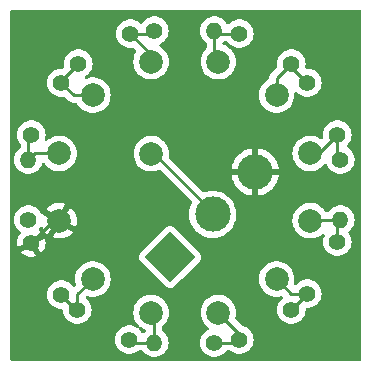
<source format=gbr>
%TF.GenerationSoftware,KiCad,Pcbnew,7.0.6*%
%TF.CreationDate,2023-09-19T17:09:16+08:00*%
%TF.ProjectId,Control Panel Selector Switch Board,436f6e74-726f-46c2-9050-616e656c2053,rev?*%
%TF.SameCoordinates,Original*%
%TF.FileFunction,Copper,L2,Bot*%
%TF.FilePolarity,Positive*%
%FSLAX46Y46*%
G04 Gerber Fmt 4.6, Leading zero omitted, Abs format (unit mm)*
G04 Created by KiCad (PCBNEW 7.0.6) date 2023-09-19 17:09:16*
%MOMM*%
%LPD*%
G01*
G04 APERTURE LIST*
G04 Aperture macros list*
%AMHorizOval*
0 Thick line with rounded ends*
0 $1 width*
0 $2 $3 position (X,Y) of the first rounded end (center of the circle)*
0 $4 $5 position (X,Y) of the second rounded end (center of the circle)*
0 Add line between two ends*
20,1,$1,$2,$3,$4,$5,0*
0 Add two circle primitives to create the rounded ends*
1,1,$1,$2,$3*
1,1,$1,$4,$5*%
%AMRotRect*
0 Rectangle, with rotation*
0 The origin of the aperture is its center*
0 $1 length*
0 $2 width*
0 $3 Rotation angle, in degrees counterclockwise*
0 Add horizontal line*
21,1,$1,$2,0,0,$3*%
G04 Aperture macros list end*
%TA.AperFunction,ComponentPad*%
%ADD10O,1.400000X1.400000*%
%TD*%
%TA.AperFunction,ComponentPad*%
%ADD11C,1.400000*%
%TD*%
%TA.AperFunction,ComponentPad*%
%ADD12HorizOval,1.400000X0.000000X0.000000X0.000000X0.000000X0*%
%TD*%
%TA.AperFunction,ComponentPad*%
%ADD13HorizOval,1.400000X0.000000X0.000000X0.000000X0.000000X0*%
%TD*%
%TA.AperFunction,ComponentPad*%
%ADD14HorizOval,1.400000X0.000000X0.000000X0.000000X0.000000X0*%
%TD*%
%TA.AperFunction,ComponentPad*%
%ADD15HorizOval,1.400000X0.000000X0.000000X0.000000X0.000000X0*%
%TD*%
%TA.AperFunction,ComponentPad*%
%ADD16HorizOval,1.400000X0.000000X0.000000X0.000000X0.000000X0*%
%TD*%
%TA.AperFunction,ComponentPad*%
%ADD17HorizOval,1.400000X0.000000X0.000000X0.000000X0.000000X0*%
%TD*%
%TA.AperFunction,ComponentPad*%
%ADD18HorizOval,1.400000X0.000000X0.000000X0.000000X0.000000X0*%
%TD*%
%TA.AperFunction,ComponentPad*%
%ADD19HorizOval,1.400000X0.000000X0.000000X0.000000X0.000000X0*%
%TD*%
%TA.AperFunction,ComponentPad*%
%ADD20C,2.000000*%
%TD*%
%TA.AperFunction,ComponentPad*%
%ADD21C,3.000000*%
%TD*%
%TA.AperFunction,ComponentPad*%
%ADD22RotRect,3.000000X3.000000X45.000000*%
%TD*%
%TA.AperFunction,Conductor*%
%ADD23C,0.250000*%
%TD*%
G04 APERTURE END LIST*
D10*
%TO.P,R1,2*%
%TO.N,Net-(J1-Pin_1)*%
X1524000Y-12700000D03*
D11*
%TO.P,R1,1*%
%TO.N,/5V*%
X1524000Y-17780000D03*
%TD*%
%TO.P,R2,1*%
%TO.N,Net-(J1-Pin_1)*%
X1778000Y-10581705D03*
D12*
%TO.P,R2,2*%
%TO.N,Net-(J2-Pin_1)*%
X4318000Y-6182296D03*
%TD*%
D11*
%TO.P,R3,1*%
%TO.N,Net-(J2-Pin_1)*%
X5760591Y-4572000D03*
D13*
%TO.P,R3,2*%
%TO.N,Net-(J3-Pin_1)*%
X10160000Y-2032000D03*
%TD*%
D11*
%TO.P,R4,1*%
%TO.N,Net-(J3-Pin_1)*%
X12192000Y-1778000D03*
D10*
%TO.P,R4,2*%
%TO.N,Net-(J4-Pin_1)*%
X17272000Y-1778000D03*
%TD*%
D11*
%TO.P,R5,1*%
%TO.N,Net-(J4-Pin_1)*%
X19390296Y-2032000D03*
D14*
%TO.P,R5,2*%
%TO.N,Net-(J5-Pin_1)*%
X23789705Y-4572000D03*
%TD*%
D11*
%TO.P,R6,1*%
%TO.N,Net-(J5-Pin_1)*%
X25146000Y-6182296D03*
D15*
%TO.P,R6,2*%
%TO.N,Net-(J6-Pin_1)*%
X27686000Y-10581705D03*
%TD*%
D11*
%TO.P,R7,1*%
%TO.N,Net-(J6-Pin_1)*%
X27940000Y-12700000D03*
D10*
%TO.P,R7,2*%
%TO.N,Net-(J7-Pin_1)*%
X27940000Y-17780000D03*
%TD*%
D11*
%TO.P,R8,1*%
%TO.N,Net-(J7-Pin_1)*%
X27686000Y-19644296D03*
D16*
%TO.P,R8,2*%
%TO.N,Net-(J8-Pin_1)*%
X25146000Y-24043705D03*
%TD*%
D17*
%TO.P,R9,2*%
%TO.N,Net-(J9-Pin_1)*%
X19390296Y-27940000D03*
D11*
%TO.P,R9,1*%
%TO.N,Net-(J8-Pin_1)*%
X23789705Y-25400000D03*
%TD*%
D10*
%TO.P,R10,2*%
%TO.N,Net-(J10-Pin_1)*%
X12192000Y-28194000D03*
D11*
%TO.P,R10,1*%
%TO.N,Net-(J9-Pin_1)*%
X17272000Y-28194000D03*
%TD*%
%TO.P,R11,1*%
%TO.N,Net-(J10-Pin_1)*%
X10073705Y-27940000D03*
D18*
%TO.P,R11,2*%
%TO.N,Net-(J11-Pin_1)*%
X5674296Y-25400000D03*
%TD*%
D19*
%TO.P,R12,2*%
%TO.N,/GND*%
X1778000Y-19730591D03*
D11*
%TO.P,R12,1*%
%TO.N,Net-(J11-Pin_1)*%
X4318000Y-24130000D03*
%TD*%
D20*
%TO.P,J6,1,Pin_1*%
%TO.N,Net-(J6-Pin_1)*%
X25391610Y-12173419D03*
%TD*%
%TO.P,J3,1,Pin_1*%
%TO.N,Net-(J3-Pin_1)*%
X11919418Y-4395244D03*
%TD*%
%TO.P,J9,1,Pin_1*%
%TO.N,Net-(J9-Pin_1)*%
X17613436Y-25645610D03*
%TD*%
%TO.P,J4,1,Pin_1*%
%TO.N,Net-(J4-Pin_1)*%
X17613437Y-4395244D03*
%TD*%
%TO.P,J11,1,Pin_1*%
%TO.N,Net-(J11-Pin_1)*%
X6988252Y-22798603D03*
%TD*%
%TO.P,J10,1,Pin_1*%
%TO.N,Net-(J10-Pin_1)*%
X11919418Y-25645612D03*
%TD*%
%TO.P,J2,1,Pin_1*%
%TO.N,Net-(J2-Pin_1)*%
X6988251Y-7242253D03*
%TD*%
%TO.P,J12,1,Pin_1*%
%TO.N,/GND*%
X4141244Y-17867437D03*
%TD*%
%TO.P,J13,1,Pin_1*%
%TO.N,Net-(J13-Pin_1)*%
X11938000Y-12192000D03*
%TD*%
%TO.P,J5,1,Pin_1*%
%TO.N,Net-(J5-Pin_1)*%
X22544601Y-7242252D03*
%TD*%
%TO.P,J1,1,Pin_1*%
%TO.N,Net-(J1-Pin_1)*%
X4141243Y-12173417D03*
%TD*%
%TO.P,J7,1,Pin_1*%
%TO.N,Net-(J7-Pin_1)*%
X25391611Y-17867437D03*
%TD*%
%TO.P,J8,1,Pin_1*%
%TO.N,Net-(J8-Pin_1)*%
X22544602Y-22798602D03*
%TD*%
D21*
%TO.P,J14,3,Pin_3*%
%TO.N,/GND*%
X20724338Y-13743077D03*
%TO.P,J14,2,Pin_2*%
%TO.N,Net-(J13-Pin_1)*%
X17132235Y-17335180D03*
D22*
%TO.P,J14,1,Pin_1*%
%TO.N,/5V*%
X13540133Y-20927282D03*
%TD*%
D23*
%TO.N,Net-(J1-Pin_1)*%
X4141243Y-12173417D02*
X2050583Y-12173417D01*
X2050583Y-12173417D02*
X1524000Y-12700000D01*
X1524000Y-10835705D02*
X1778000Y-10581705D01*
X1524000Y-12700000D02*
X1524000Y-10835705D01*
%TO.N,/GND*%
X3641154Y-17867437D02*
X4141244Y-17867437D01*
X1778000Y-19730591D02*
X3641154Y-17867437D01*
%TO.N,Net-(J4-Pin_1)*%
X19390296Y-2032000D02*
X17526000Y-2032000D01*
X17526000Y-2032000D02*
X17272000Y-1778000D01*
X17272000Y-1778000D02*
X17272000Y-4053807D01*
X17272000Y-4053807D02*
X17613437Y-4395244D01*
%TO.N,Net-(J3-Pin_1)*%
X11938000Y-2032000D02*
X12192000Y-1778000D01*
X10160000Y-2032000D02*
X11938000Y-2032000D01*
%TO.N,Net-(J7-Pin_1)*%
X27686000Y-18034000D02*
X27940000Y-17780000D01*
X27686000Y-19644296D02*
X27686000Y-18034000D01*
X27940000Y-17780000D02*
X25479048Y-17780000D01*
X25479048Y-17780000D02*
X25391611Y-17867437D01*
%TO.N,Net-(J6-Pin_1)*%
X27686000Y-12446000D02*
X27940000Y-12700000D01*
X27686000Y-10581705D02*
X27686000Y-12446000D01*
%TO.N,Net-(J9-Pin_1)*%
X19390296Y-27422470D02*
X19390296Y-27940000D01*
X17613436Y-25645610D02*
X19390296Y-27422470D01*
X19136296Y-28194000D02*
X19390296Y-27940000D01*
X17272000Y-28194000D02*
X19136296Y-28194000D01*
%TO.N,Net-(J10-Pin_1)*%
X10327705Y-28194000D02*
X10073705Y-27940000D01*
X12446000Y-28194000D02*
X10327705Y-28194000D01*
X12192000Y-25918194D02*
X12192000Y-28194000D01*
X11919418Y-25645612D02*
X12192000Y-25918194D01*
%TO.N,Net-(J8-Pin_1)*%
X25146000Y-24043705D02*
X23789705Y-25400000D01*
%TO.N,Net-(J5-Pin_1)*%
X23789705Y-4572000D02*
X23789705Y-4826001D01*
X23789705Y-4826001D02*
X25146000Y-6182296D01*
%TO.N,Net-(J2-Pin_1)*%
X4318000Y-6014591D02*
X5760591Y-4572000D01*
X4318000Y-6182296D02*
X4318000Y-6014591D01*
%TO.N,Net-(J11-Pin_1)*%
X6988252Y-22798603D02*
X5674296Y-24112559D01*
X5674296Y-24112559D02*
X5674296Y-25400000D01*
%TO.N,Net-(J8-Pin_1)*%
X23789705Y-24043705D02*
X25146000Y-24043705D01*
X22544602Y-22798602D02*
X23789705Y-24043705D01*
%TO.N,Net-(J5-Pin_1)*%
X22544601Y-5817104D02*
X23789705Y-4572000D01*
X22544601Y-7242252D02*
X22544601Y-5817104D01*
%TO.N,Net-(J6-Pin_1)*%
X26094286Y-12173419D02*
X27686000Y-10581705D01*
X25391610Y-12173419D02*
X26094286Y-12173419D01*
%TO.N,Net-(J2-Pin_1)*%
X5377957Y-7242253D02*
X4318000Y-6182296D01*
X6988251Y-7242253D02*
X5377957Y-7242253D01*
%TO.N,Net-(J3-Pin_1)*%
X11919418Y-3791418D02*
X10160000Y-2032000D01*
X11919418Y-4395244D02*
X11919418Y-3791418D01*
%TO.N,Net-(J11-Pin_1)*%
X5588000Y-25400000D02*
X4318000Y-24130000D01*
X5674296Y-25400000D02*
X5588000Y-25400000D01*
%TO.N,Net-(J13-Pin_1)*%
X11938000Y-11938000D02*
X17081180Y-17081180D01*
%TD*%
%TA.AperFunction,Conductor*%
%TO.N,/GND*%
G36*
X29660539Y-20185D02*
G01*
X29706294Y-72989D01*
X29717500Y-124500D01*
X29717500Y-29593500D01*
X29697815Y-29660539D01*
X29645011Y-29706294D01*
X29593500Y-29717500D01*
X124500Y-29717500D01*
X57461Y-29697815D01*
X11706Y-29645011D01*
X500Y-29593500D01*
X500Y-27940000D01*
X8868062Y-27940000D01*
X8888589Y-28161535D01*
X8888590Y-28161537D01*
X8949474Y-28375523D01*
X8949480Y-28375538D01*
X9048643Y-28574683D01*
X9048648Y-28574691D01*
X9182725Y-28752238D01*
X9347142Y-28902123D01*
X9347144Y-28902125D01*
X9536300Y-29019245D01*
X9536301Y-29019245D01*
X9536304Y-29019247D01*
X9743765Y-29099618D01*
X9962462Y-29140500D01*
X9962464Y-29140500D01*
X10184946Y-29140500D01*
X10184948Y-29140500D01*
X10403645Y-29099618D01*
X10611106Y-29019247D01*
X10800267Y-28902124D01*
X10855400Y-28851863D01*
X10918205Y-28821246D01*
X10938939Y-28819500D01*
X11098258Y-28819500D01*
X11165297Y-28839185D01*
X11197212Y-28868773D01*
X11301020Y-29006238D01*
X11465437Y-29156123D01*
X11465439Y-29156125D01*
X11654595Y-29273245D01*
X11654596Y-29273245D01*
X11654599Y-29273247D01*
X11862060Y-29353618D01*
X12080757Y-29394500D01*
X12080759Y-29394500D01*
X12303241Y-29394500D01*
X12303243Y-29394500D01*
X12521940Y-29353618D01*
X12729401Y-29273247D01*
X12918562Y-29156124D01*
X13082981Y-29006236D01*
X13217058Y-28828689D01*
X13316229Y-28629528D01*
X13377115Y-28415536D01*
X13397643Y-28194000D01*
X16066357Y-28194000D01*
X16086884Y-28415535D01*
X16086885Y-28415537D01*
X16147769Y-28629523D01*
X16147775Y-28629538D01*
X16246938Y-28828683D01*
X16246943Y-28828691D01*
X16381020Y-29006238D01*
X16545437Y-29156123D01*
X16545439Y-29156125D01*
X16734595Y-29273245D01*
X16734596Y-29273245D01*
X16734599Y-29273247D01*
X16942060Y-29353618D01*
X17160757Y-29394500D01*
X17160759Y-29394500D01*
X17383241Y-29394500D01*
X17383243Y-29394500D01*
X17601940Y-29353618D01*
X17809401Y-29273247D01*
X17998562Y-29156124D01*
X18162981Y-29006236D01*
X18266788Y-28868772D01*
X18322897Y-28827137D01*
X18365742Y-28819500D01*
X18525062Y-28819500D01*
X18592101Y-28839185D01*
X18608600Y-28851863D01*
X18663733Y-28902123D01*
X18663735Y-28902125D01*
X18852891Y-29019245D01*
X18852892Y-29019245D01*
X18852895Y-29019247D01*
X19060356Y-29099618D01*
X19279053Y-29140500D01*
X19279055Y-29140500D01*
X19501537Y-29140500D01*
X19501539Y-29140500D01*
X19720236Y-29099618D01*
X19927697Y-29019247D01*
X20116858Y-28902124D01*
X20281277Y-28752236D01*
X20415354Y-28574689D01*
X20514525Y-28375528D01*
X20575411Y-28161536D01*
X20595939Y-27940000D01*
X20575411Y-27718464D01*
X20514525Y-27504472D01*
X20460764Y-27396506D01*
X20415357Y-27305316D01*
X20415352Y-27305308D01*
X20281275Y-27127761D01*
X20116858Y-26977876D01*
X20116856Y-26977874D01*
X19927700Y-26860754D01*
X19927694Y-26860752D01*
X19922219Y-26858631D01*
X19720236Y-26780382D01*
X19720228Y-26780380D01*
X19720226Y-26780380D01*
X19650437Y-26767333D01*
X19588157Y-26735664D01*
X19585543Y-26733126D01*
X19077096Y-26224679D01*
X19043611Y-26163356D01*
X19044571Y-26106560D01*
X19098544Y-25893431D01*
X19103342Y-25835528D01*
X19119079Y-25645615D01*
X19119079Y-25645604D01*
X19098545Y-25397797D01*
X19098543Y-25397785D01*
X19037499Y-25156728D01*
X18937609Y-24929003D01*
X18801602Y-24720827D01*
X18762541Y-24678396D01*
X18633180Y-24537872D01*
X18436945Y-24385136D01*
X18436943Y-24385135D01*
X18436942Y-24385134D01*
X18218247Y-24266782D01*
X18218238Y-24266779D01*
X17983052Y-24186039D01*
X17737771Y-24145110D01*
X17489101Y-24145110D01*
X17243819Y-24186039D01*
X17008633Y-24266779D01*
X17008624Y-24266782D01*
X16789929Y-24385134D01*
X16593693Y-24537871D01*
X16425269Y-24720827D01*
X16289262Y-24929003D01*
X16189372Y-25156728D01*
X16128328Y-25397785D01*
X16128326Y-25397797D01*
X16107793Y-25645604D01*
X16107793Y-25645615D01*
X16128326Y-25893422D01*
X16128328Y-25893434D01*
X16189372Y-26134491D01*
X16289262Y-26362216D01*
X16425269Y-26570392D01*
X16425271Y-26570394D01*
X16425272Y-26570395D01*
X16593692Y-26753348D01*
X16593695Y-26753350D01*
X16593698Y-26753353D01*
X16777836Y-26896674D01*
X16818649Y-26953384D01*
X16822324Y-27023157D01*
X16787692Y-27083840D01*
X16746473Y-27110152D01*
X16734604Y-27114750D01*
X16734595Y-27114754D01*
X16545439Y-27231874D01*
X16545437Y-27231876D01*
X16381020Y-27381761D01*
X16246943Y-27559308D01*
X16246938Y-27559316D01*
X16147775Y-27758461D01*
X16147769Y-27758476D01*
X16086885Y-27972462D01*
X16086884Y-27972464D01*
X16066357Y-28193999D01*
X16066357Y-28194000D01*
X13397643Y-28194000D01*
X13377115Y-27972464D01*
X13316229Y-27758472D01*
X13316224Y-27758461D01*
X13217061Y-27559316D01*
X13217056Y-27559308D01*
X13082979Y-27381761D01*
X12918563Y-27231877D01*
X12918562Y-27231876D01*
X12876222Y-27205660D01*
X12829587Y-27153631D01*
X12817500Y-27100233D01*
X12817500Y-26908663D01*
X12837185Y-26841624D01*
X12865338Y-26810809D01*
X12939162Y-26753350D01*
X13107582Y-26570397D01*
X13243591Y-26362219D01*
X13343481Y-26134493D01*
X13404526Y-25893433D01*
X13404527Y-25893422D01*
X13425061Y-25645617D01*
X13425061Y-25645606D01*
X13404527Y-25397799D01*
X13404525Y-25397787D01*
X13343481Y-25156730D01*
X13243591Y-24929005D01*
X13107584Y-24720829D01*
X13085975Y-24697356D01*
X12939162Y-24537874D01*
X12742927Y-24385138D01*
X12742925Y-24385137D01*
X12742924Y-24385136D01*
X12524229Y-24266784D01*
X12524220Y-24266781D01*
X12289034Y-24186041D01*
X12043753Y-24145112D01*
X11795083Y-24145112D01*
X11549801Y-24186041D01*
X11314615Y-24266781D01*
X11314606Y-24266784D01*
X11095911Y-24385136D01*
X10899675Y-24537873D01*
X10731251Y-24720829D01*
X10595244Y-24929005D01*
X10495354Y-25156730D01*
X10434310Y-25397787D01*
X10434308Y-25397799D01*
X10413775Y-25645606D01*
X10413775Y-25645617D01*
X10434308Y-25893424D01*
X10434310Y-25893436D01*
X10495354Y-26134493D01*
X10595244Y-26362218D01*
X10731251Y-26570394D01*
X10899163Y-26752795D01*
X10930085Y-26815450D01*
X10925196Y-26858631D01*
X10958480Y-26844433D01*
X11027366Y-26856116D01*
X11049191Y-26869724D01*
X11095905Y-26906083D01*
X11095909Y-26906086D01*
X11314606Y-27024439D01*
X11314618Y-27024444D01*
X11391557Y-27050857D01*
X11448573Y-27091242D01*
X11474704Y-27156041D01*
X11461653Y-27224681D01*
X11434833Y-27259775D01*
X11309440Y-27374086D01*
X11246636Y-27404703D01*
X11177249Y-27396506D01*
X11123309Y-27352096D01*
X11114902Y-27337721D01*
X11098766Y-27305316D01*
X11098761Y-27305308D01*
X10964684Y-27127761D01*
X10889491Y-27059214D01*
X10853209Y-26999503D01*
X10854539Y-26946718D01*
X10811660Y-26960722D01*
X10744059Y-26943061D01*
X10742656Y-26942205D01*
X10611109Y-26860754D01*
X10611103Y-26860752D01*
X10605628Y-26858631D01*
X10403645Y-26780382D01*
X10184948Y-26739500D01*
X9962462Y-26739500D01*
X9743765Y-26780382D01*
X9612569Y-26831207D01*
X9536306Y-26860752D01*
X9536300Y-26860754D01*
X9347144Y-26977874D01*
X9347142Y-26977876D01*
X9182725Y-27127761D01*
X9048648Y-27305308D01*
X9048643Y-27305316D01*
X8949480Y-27504461D01*
X8949474Y-27504476D01*
X8888590Y-27718462D01*
X8888589Y-27718464D01*
X8868062Y-27939999D01*
X8868062Y-27940000D01*
X500Y-27940000D01*
X500Y-24130000D01*
X3112357Y-24130000D01*
X3132884Y-24351535D01*
X3132885Y-24351537D01*
X3193769Y-24565523D01*
X3193775Y-24565538D01*
X3292938Y-24764683D01*
X3292943Y-24764691D01*
X3427020Y-24942238D01*
X3591437Y-25092123D01*
X3591439Y-25092125D01*
X3780595Y-25209245D01*
X3780596Y-25209245D01*
X3780599Y-25209247D01*
X3988060Y-25289618D01*
X4206757Y-25330500D01*
X4206759Y-25330500D01*
X4349172Y-25330500D01*
X4416211Y-25350185D01*
X4461966Y-25402989D01*
X4472643Y-25443059D01*
X4489180Y-25621535D01*
X4489181Y-25621537D01*
X4550065Y-25835523D01*
X4550071Y-25835538D01*
X4649234Y-26034683D01*
X4649239Y-26034691D01*
X4783316Y-26212238D01*
X4947733Y-26362123D01*
X4947735Y-26362125D01*
X5136891Y-26479245D01*
X5136892Y-26479245D01*
X5136895Y-26479247D01*
X5344356Y-26559618D01*
X5563053Y-26600500D01*
X5563055Y-26600500D01*
X5785537Y-26600500D01*
X5785539Y-26600500D01*
X6004236Y-26559618D01*
X6211697Y-26479247D01*
X6400858Y-26362124D01*
X6565277Y-26212236D01*
X6699354Y-26034689D01*
X6798525Y-25835528D01*
X6859411Y-25621536D01*
X6879939Y-25400000D01*
X6859411Y-25178464D01*
X6798525Y-24964472D01*
X6787453Y-24942236D01*
X6699357Y-24765316D01*
X6699352Y-24765308D01*
X6565275Y-24587761D01*
X6409318Y-24445588D01*
X6373036Y-24385877D01*
X6374797Y-24316029D01*
X6405167Y-24266277D01*
X6406204Y-24265240D01*
X6411016Y-24260427D01*
X6472335Y-24226939D01*
X6538964Y-24230821D01*
X6594860Y-24250011D01*
X6618637Y-24258174D01*
X6863917Y-24299103D01*
X7112587Y-24299103D01*
X7357866Y-24258174D01*
X7593062Y-24177431D01*
X7811761Y-24059077D01*
X8007996Y-23906341D01*
X8176416Y-23723388D01*
X8312425Y-23515210D01*
X8412315Y-23287484D01*
X8473360Y-23046424D01*
X8486812Y-22884087D01*
X8493895Y-22798608D01*
X8493895Y-22798597D01*
X8473361Y-22550790D01*
X8473359Y-22550781D01*
X8412315Y-22309722D01*
X8412314Y-22309720D01*
X8312425Y-22081996D01*
X8176418Y-21873820D01*
X8154809Y-21850347D01*
X8007996Y-21690865D01*
X7811761Y-21538129D01*
X7811759Y-21538128D01*
X7811758Y-21538127D01*
X7593063Y-21419775D01*
X7593054Y-21419772D01*
X7357868Y-21339032D01*
X7112587Y-21298103D01*
X6863917Y-21298103D01*
X6618635Y-21339032D01*
X6383449Y-21419772D01*
X6383440Y-21419775D01*
X6164745Y-21538127D01*
X5968509Y-21690864D01*
X5800085Y-21873820D01*
X5664078Y-22081996D01*
X5564188Y-22309721D01*
X5503144Y-22550778D01*
X5503142Y-22550790D01*
X5482609Y-22798597D01*
X5482609Y-22798608D01*
X5503142Y-23046415D01*
X5503144Y-23046427D01*
X5557115Y-23259551D01*
X5554490Y-23329371D01*
X5524590Y-23377672D01*
X5471309Y-23430953D01*
X5409986Y-23464438D01*
X5340294Y-23459454D01*
X5284675Y-23417999D01*
X5208981Y-23317764D01*
X5175765Y-23287484D01*
X5044562Y-23167876D01*
X5044560Y-23167874D01*
X4855404Y-23050754D01*
X4855398Y-23050752D01*
X4647940Y-22970382D01*
X4429243Y-22929500D01*
X4206757Y-22929500D01*
X3988060Y-22970382D01*
X3856864Y-23021207D01*
X3780601Y-23050752D01*
X3780595Y-23050754D01*
X3591439Y-23167874D01*
X3591437Y-23167876D01*
X3427020Y-23317761D01*
X3292943Y-23495308D01*
X3292938Y-23495316D01*
X3193775Y-23694461D01*
X3193769Y-23694476D01*
X3132885Y-23908462D01*
X3132884Y-23908464D01*
X3112357Y-24129999D01*
X3112357Y-24130000D01*
X500Y-24130000D01*
X500Y-20536200D01*
X882640Y-20536200D01*
X887385Y-20542483D01*
X887384Y-20542483D01*
X1051741Y-20692314D01*
X1240820Y-20809388D01*
X1240822Y-20809389D01*
X1448195Y-20889725D01*
X1666807Y-20930591D01*
X1889193Y-20930591D01*
X1906900Y-20927281D01*
X10913166Y-20927281D01*
X10933647Y-21069738D01*
X10993435Y-21200654D01*
X10993438Y-21200659D01*
X11031051Y-21247335D01*
X11031058Y-21247343D01*
X12865297Y-23081579D01*
X13220077Y-23436359D01*
X13266760Y-23473979D01*
X13397676Y-23533767D01*
X13397675Y-23533767D01*
X13418156Y-23536711D01*
X13540133Y-23554249D01*
X13682590Y-23533767D01*
X13813506Y-23473979D01*
X13860189Y-23436361D01*
X14497942Y-22798607D01*
X21038959Y-22798607D01*
X21059492Y-23046414D01*
X21059494Y-23046426D01*
X21120538Y-23287483D01*
X21220428Y-23515208D01*
X21356435Y-23723384D01*
X21356438Y-23723387D01*
X21524858Y-23906340D01*
X21721093Y-24059076D01*
X21939792Y-24177430D01*
X22158743Y-24252596D01*
X22172529Y-24257329D01*
X22174988Y-24258173D01*
X22420267Y-24299102D01*
X22668937Y-24299102D01*
X22919275Y-24257329D01*
X22919470Y-24258498D01*
X22983591Y-24260899D01*
X23040915Y-24300845D01*
X23067542Y-24365442D01*
X23055019Y-24434181D01*
X23027769Y-24470123D01*
X22898723Y-24587764D01*
X22764648Y-24765308D01*
X22764643Y-24765316D01*
X22665480Y-24964461D01*
X22665474Y-24964476D01*
X22604590Y-25178462D01*
X22604589Y-25178464D01*
X22584062Y-25399999D01*
X22584062Y-25400000D01*
X22604589Y-25621535D01*
X22604590Y-25621537D01*
X22665474Y-25835523D01*
X22665480Y-25835538D01*
X22764643Y-26034683D01*
X22764648Y-26034691D01*
X22898725Y-26212238D01*
X23063142Y-26362123D01*
X23063144Y-26362125D01*
X23252300Y-26479245D01*
X23252301Y-26479245D01*
X23252304Y-26479247D01*
X23459765Y-26559618D01*
X23678462Y-26600500D01*
X23678464Y-26600500D01*
X23900946Y-26600500D01*
X23900948Y-26600500D01*
X24119645Y-26559618D01*
X24327106Y-26479247D01*
X24516267Y-26362124D01*
X24680686Y-26212236D01*
X24814763Y-26034689D01*
X24913934Y-25835528D01*
X24974820Y-25621536D01*
X24995348Y-25400000D01*
X24993461Y-25379646D01*
X25006877Y-25311077D01*
X25055234Y-25260645D01*
X25116933Y-25244205D01*
X25257241Y-25244205D01*
X25257243Y-25244205D01*
X25475940Y-25203323D01*
X25683401Y-25122952D01*
X25872562Y-25005829D01*
X26036981Y-24855941D01*
X26171058Y-24678394D01*
X26270229Y-24479233D01*
X26331115Y-24265241D01*
X26351643Y-24043705D01*
X26338914Y-23906340D01*
X26331115Y-23822169D01*
X26331114Y-23822167D01*
X26303008Y-23723385D01*
X26270229Y-23608177D01*
X26243376Y-23554249D01*
X26171061Y-23409021D01*
X26171056Y-23409013D01*
X26036979Y-23231466D01*
X25872562Y-23081581D01*
X25872560Y-23081579D01*
X25683404Y-22964459D01*
X25683398Y-22964457D01*
X25475940Y-22884087D01*
X25257243Y-22843205D01*
X25034757Y-22843205D01*
X24816060Y-22884087D01*
X24698836Y-22929500D01*
X24608601Y-22964457D01*
X24608595Y-22964459D01*
X24419439Y-23081579D01*
X24419437Y-23081581D01*
X24255020Y-23231467D01*
X24215333Y-23284021D01*
X24159223Y-23325657D01*
X24089511Y-23330348D01*
X24028330Y-23296606D01*
X23995103Y-23235142D01*
X23996174Y-23178853D01*
X24029707Y-23046435D01*
X24029709Y-23046426D01*
X24029710Y-23046423D01*
X24050245Y-22798602D01*
X24029710Y-22550781D01*
X24029709Y-22550777D01*
X23968665Y-22309720D01*
X23868775Y-22081995D01*
X23732768Y-21873819D01*
X23711159Y-21850346D01*
X23564346Y-21690864D01*
X23368111Y-21538128D01*
X23368109Y-21538127D01*
X23368108Y-21538126D01*
X23149413Y-21419774D01*
X23149404Y-21419771D01*
X22914218Y-21339031D01*
X22668937Y-21298102D01*
X22420267Y-21298102D01*
X22174985Y-21339031D01*
X21939799Y-21419771D01*
X21939790Y-21419774D01*
X21721095Y-21538126D01*
X21524859Y-21690863D01*
X21356435Y-21873819D01*
X21220428Y-22081995D01*
X21120538Y-22309720D01*
X21059494Y-22550777D01*
X21059492Y-22550789D01*
X21038959Y-22798596D01*
X21038959Y-22798607D01*
X14497942Y-22798607D01*
X16049210Y-21247338D01*
X16086830Y-21200655D01*
X16146618Y-21069739D01*
X16167100Y-20927282D01*
X16146618Y-20784825D01*
X16086830Y-20653909D01*
X16086827Y-20653904D01*
X16049214Y-20607228D01*
X16049207Y-20607220D01*
X13860196Y-18418212D01*
X13860189Y-18418205D01*
X13813506Y-18380585D01*
X13810414Y-18379173D01*
X13682588Y-18320796D01*
X13682590Y-18320796D01*
X13540133Y-18300315D01*
X13397676Y-18320796D01*
X13266760Y-18380584D01*
X13266755Y-18380587D01*
X13220079Y-18418200D01*
X13220071Y-18418207D01*
X11031063Y-20607218D01*
X11031057Y-20607224D01*
X11031056Y-20607226D01*
X11019122Y-20622035D01*
X10993435Y-20653910D01*
X10993434Y-20653912D01*
X10933647Y-20784825D01*
X10913166Y-20927281D01*
X1906900Y-20927281D01*
X2107801Y-20889726D01*
X2149275Y-20873658D01*
X1686493Y-20072096D01*
X1686492Y-20072096D01*
X882640Y-20536200D01*
X500Y-20536200D01*
X500Y-17780000D01*
X318357Y-17780000D01*
X338884Y-18001535D01*
X338885Y-18001537D01*
X399769Y-18215523D01*
X399775Y-18215538D01*
X498938Y-18414683D01*
X498943Y-18414691D01*
X633020Y-18592238D01*
X797437Y-18742123D01*
X797439Y-18742125D01*
X833938Y-18764724D01*
X880574Y-18816751D01*
X891678Y-18885733D01*
X867615Y-18944878D01*
X753368Y-19096165D01*
X654240Y-19295240D01*
X593378Y-19509151D01*
X572859Y-19730590D01*
X572859Y-19730591D01*
X593378Y-19952030D01*
X635857Y-20101331D01*
X1435762Y-19639506D01*
X1434018Y-19643483D01*
X1424372Y-19759893D01*
X1453047Y-19873129D01*
X1516936Y-19970918D01*
X1609115Y-20042663D01*
X1719595Y-20080591D01*
X1807005Y-20080591D01*
X1893216Y-20066205D01*
X1995947Y-20010610D01*
X2075060Y-19924670D01*
X2119816Y-19822636D01*
X2581349Y-20622035D01*
X2668608Y-20542489D01*
X2668612Y-20542485D01*
X2802631Y-20365016D01*
X2901759Y-20165941D01*
X2962621Y-19952030D01*
X2983141Y-19730591D01*
X2983141Y-19730590D01*
X2962621Y-19509147D01*
X2962620Y-19509144D01*
X2920142Y-19359849D01*
X2920141Y-19359848D01*
X2120239Y-19821672D01*
X2121982Y-19817699D01*
X2131628Y-19701289D01*
X2102953Y-19588053D01*
X2039064Y-19490264D01*
X1946885Y-19418519D01*
X1866389Y-19390884D01*
X1869506Y-19389085D01*
X2673357Y-18924981D01*
X2668609Y-18918692D01*
X2668606Y-18918688D01*
X2504260Y-18768868D01*
X2504258Y-18768866D01*
X2468185Y-18746531D01*
X2421549Y-18694503D01*
X2410445Y-18625522D01*
X2434508Y-18566378D01*
X2544436Y-18420808D01*
X2600543Y-18379173D01*
X2670255Y-18374481D01*
X2731437Y-18408223D01*
X2756945Y-18445726D01*
X2817511Y-18583804D01*
X2953476Y-18791915D01*
X3121836Y-18974801D01*
X3121839Y-18974804D01*
X3184894Y-19023881D01*
X3707911Y-18117988D01*
X3759483Y-18198235D01*
X3868144Y-18292389D01*
X3998929Y-18352117D01*
X4105481Y-18367437D01*
X4141242Y-18367437D01*
X3617991Y-19273733D01*
X3617991Y-19273734D01*
X3771751Y-19326520D01*
X4016951Y-19367437D01*
X4265537Y-19367437D01*
X4510737Y-19326520D01*
X4745847Y-19245806D01*
X4745858Y-19245801D01*
X4964472Y-19127494D01*
X4964481Y-19127488D01*
X5160641Y-18974810D01*
X5160645Y-18974807D01*
X5298983Y-18824532D01*
X4393651Y-18301838D01*
X4414344Y-18292389D01*
X4523005Y-18198235D01*
X4600737Y-18077281D01*
X4641244Y-17939326D01*
X4641244Y-17867437D01*
X5549250Y-18391675D01*
X5549251Y-18391675D01*
X5564830Y-18356159D01*
X5625854Y-18115187D01*
X5625858Y-18115166D01*
X5646385Y-17867442D01*
X5646385Y-17867431D01*
X5625858Y-17619707D01*
X5625856Y-17619698D01*
X5564831Y-17378719D01*
X5464976Y-17151069D01*
X5329011Y-16942958D01*
X5160651Y-16760072D01*
X5160646Y-16760068D01*
X5097593Y-16710991D01*
X4574574Y-17616883D01*
X4523005Y-17536639D01*
X4414344Y-17442485D01*
X4283559Y-17382757D01*
X4177007Y-17367437D01*
X4141243Y-17367437D01*
X4664495Y-16461139D01*
X4664495Y-16461138D01*
X4510737Y-16408353D01*
X4265537Y-16367437D01*
X4016951Y-16367437D01*
X3771750Y-16408353D01*
X3536640Y-16489067D01*
X3536629Y-16489072D01*
X3318015Y-16607379D01*
X3318006Y-16607385D01*
X3121840Y-16760068D01*
X3121835Y-16760072D01*
X2983503Y-16910339D01*
X3888836Y-17433034D01*
X3868144Y-17442485D01*
X3759483Y-17536639D01*
X3681751Y-17657593D01*
X3641244Y-17795548D01*
X3641244Y-17867436D01*
X2719471Y-17335250D01*
X2691640Y-17336122D01*
X2631708Y-17300206D01*
X2611834Y-17271381D01*
X2549063Y-17145320D01*
X2549056Y-17145308D01*
X2414979Y-16967761D01*
X2250562Y-16817876D01*
X2250560Y-16817874D01*
X2061404Y-16700754D01*
X2061398Y-16700752D01*
X1853940Y-16620382D01*
X1635243Y-16579500D01*
X1412757Y-16579500D01*
X1194060Y-16620382D01*
X1062864Y-16671207D01*
X986601Y-16700752D01*
X986595Y-16700754D01*
X797439Y-16817874D01*
X797437Y-16817876D01*
X633020Y-16967761D01*
X498943Y-17145308D01*
X498938Y-17145316D01*
X399775Y-17344461D01*
X399769Y-17344476D01*
X338885Y-17558462D01*
X338884Y-17558464D01*
X318357Y-17779999D01*
X318357Y-17780000D01*
X500Y-17780000D01*
X500Y-12700000D01*
X318357Y-12700000D01*
X338884Y-12921535D01*
X338885Y-12921537D01*
X399769Y-13135523D01*
X399775Y-13135538D01*
X498938Y-13334683D01*
X498943Y-13334691D01*
X633020Y-13512238D01*
X797437Y-13662123D01*
X797439Y-13662125D01*
X986595Y-13779245D01*
X986596Y-13779245D01*
X986599Y-13779247D01*
X1194060Y-13859618D01*
X1412757Y-13900500D01*
X1412759Y-13900500D01*
X1635241Y-13900500D01*
X1635243Y-13900500D01*
X1853940Y-13859618D01*
X2061401Y-13779247D01*
X2250562Y-13662124D01*
X2414981Y-13512236D01*
X2549058Y-13334689D01*
X2648229Y-13135528D01*
X2673719Y-13045938D01*
X2710998Y-12986846D01*
X2774307Y-12957288D01*
X2843547Y-12966650D01*
X2896735Y-13011960D01*
X2953079Y-13098202D01*
X3121499Y-13281155D01*
X3317734Y-13433891D01*
X3536433Y-13552245D01*
X3771629Y-13632988D01*
X4016908Y-13673917D01*
X4265578Y-13673917D01*
X4510857Y-13632988D01*
X4746053Y-13552245D01*
X4964752Y-13433891D01*
X5160987Y-13281155D01*
X5329407Y-13098202D01*
X5465416Y-12890024D01*
X5565306Y-12662298D01*
X5626351Y-12421238D01*
X5645346Y-12192005D01*
X10432357Y-12192005D01*
X10452890Y-12439812D01*
X10452892Y-12439824D01*
X10513936Y-12680881D01*
X10613826Y-12908606D01*
X10749833Y-13116782D01*
X10767090Y-13135528D01*
X10918256Y-13299738D01*
X11114491Y-13452474D01*
X11333190Y-13570828D01*
X11568386Y-13651571D01*
X11813665Y-13692500D01*
X12062335Y-13692500D01*
X12307614Y-13651571D01*
X12542810Y-13570828D01*
X12542817Y-13570824D01*
X12542820Y-13570823D01*
X12554556Y-13564472D01*
X12622884Y-13549876D01*
X12688256Y-13574538D01*
X12701255Y-13585845D01*
X15351562Y-16236153D01*
X15385047Y-16297476D01*
X15380063Y-16367168D01*
X15372714Y-16383260D01*
X15307869Y-16502015D01*
X15207863Y-16770142D01*
X15147039Y-17049746D01*
X15126625Y-17335178D01*
X15126625Y-17335181D01*
X15147039Y-17620613D01*
X15207863Y-17900217D01*
X15207865Y-17900223D01*
X15207866Y-17900226D01*
X15245653Y-18001536D01*
X15307870Y-18168346D01*
X15445005Y-18419489D01*
X15445010Y-18419497D01*
X15616489Y-18648567D01*
X15616505Y-18648585D01*
X15818829Y-18850909D01*
X15818847Y-18850925D01*
X16047917Y-19022404D01*
X16047925Y-19022409D01*
X16299068Y-19159544D01*
X16299067Y-19159544D01*
X16299071Y-19159545D01*
X16299074Y-19159547D01*
X16567189Y-19259549D01*
X16567195Y-19259550D01*
X16567197Y-19259551D01*
X16846801Y-19320375D01*
X16846803Y-19320375D01*
X16846807Y-19320376D01*
X17100455Y-19338517D01*
X17132234Y-19340790D01*
X17132235Y-19340790D01*
X17132236Y-19340790D01*
X17160830Y-19338744D01*
X17417663Y-19320376D01*
X17632074Y-19273734D01*
X17697272Y-19259551D01*
X17697272Y-19259550D01*
X17697281Y-19259549D01*
X17965396Y-19159547D01*
X18216550Y-19022406D01*
X18445630Y-18850919D01*
X18647974Y-18648575D01*
X18819461Y-18419495D01*
X18956602Y-18168341D01*
X19056604Y-17900226D01*
X19063736Y-17867442D01*
X23885968Y-17867442D01*
X23906501Y-18115249D01*
X23906503Y-18115261D01*
X23967547Y-18356318D01*
X24067437Y-18584043D01*
X24203444Y-18792219D01*
X24233190Y-18824532D01*
X24371867Y-18975175D01*
X24568102Y-19127911D01*
X24568104Y-19127912D01*
X24785943Y-19245801D01*
X24786801Y-19246265D01*
X25002676Y-19320375D01*
X25020575Y-19326520D01*
X25021997Y-19327008D01*
X25267276Y-19367937D01*
X25515946Y-19367937D01*
X25761225Y-19327008D01*
X25996421Y-19246265D01*
X26215120Y-19127911D01*
X26411355Y-18975175D01*
X26411356Y-18975173D01*
X26415403Y-18972024D01*
X26416592Y-18973551D01*
X26471727Y-18946304D01*
X26541157Y-18954128D01*
X26595336Y-18998246D01*
X26617062Y-19064652D01*
X26604121Y-19123716D01*
X26561774Y-19208761D01*
X26561769Y-19208772D01*
X26500885Y-19422758D01*
X26500884Y-19422760D01*
X26480357Y-19644295D01*
X26480357Y-19644296D01*
X26500884Y-19865831D01*
X26500885Y-19865833D01*
X26561769Y-20079819D01*
X26561775Y-20079834D01*
X26660938Y-20278979D01*
X26660943Y-20278987D01*
X26795020Y-20456534D01*
X26959437Y-20606419D01*
X26959439Y-20606421D01*
X27148595Y-20723541D01*
X27148596Y-20723541D01*
X27148599Y-20723543D01*
X27356060Y-20803914D01*
X27574757Y-20844796D01*
X27574759Y-20844796D01*
X27797241Y-20844796D01*
X27797243Y-20844796D01*
X28015940Y-20803914D01*
X28223401Y-20723543D01*
X28412562Y-20606420D01*
X28576981Y-20456532D01*
X28711058Y-20278985D01*
X28810229Y-20079824D01*
X28871115Y-19865832D01*
X28891643Y-19644296D01*
X28871115Y-19422760D01*
X28810229Y-19208768D01*
X28785720Y-19159547D01*
X28711061Y-19009612D01*
X28711052Y-19009598D01*
X28640989Y-18916819D01*
X28616297Y-18851458D01*
X28630862Y-18783123D01*
X28662556Y-18746239D01*
X28662326Y-18745986D01*
X28664394Y-18744100D01*
X28665230Y-18743128D01*
X28666547Y-18742132D01*
X28666562Y-18742124D01*
X28794468Y-18625522D01*
X28830979Y-18592238D01*
X28837349Y-18583804D01*
X28965058Y-18414689D01*
X29064229Y-18215528D01*
X29125115Y-18001536D01*
X29145643Y-17780000D01*
X29130781Y-17619616D01*
X29125115Y-17558464D01*
X29125114Y-17558462D01*
X29064230Y-17344476D01*
X29064229Y-17344472D01*
X29064224Y-17344461D01*
X28965061Y-17145316D01*
X28965056Y-17145308D01*
X28830979Y-16967761D01*
X28666562Y-16817876D01*
X28666560Y-16817874D01*
X28477404Y-16700754D01*
X28477398Y-16700752D01*
X28269940Y-16620382D01*
X28051243Y-16579500D01*
X27828757Y-16579500D01*
X27610060Y-16620382D01*
X27478864Y-16671207D01*
X27402601Y-16700752D01*
X27402595Y-16700754D01*
X27213439Y-16817874D01*
X27213437Y-16817876D01*
X27049020Y-16967761D01*
X26945212Y-17105227D01*
X26889103Y-17146863D01*
X26846258Y-17154500D01*
X26785287Y-17154500D01*
X26718248Y-17134815D01*
X26681478Y-17098321D01*
X26579777Y-16942654D01*
X26550029Y-16910339D01*
X26411355Y-16759699D01*
X26215120Y-16606963D01*
X26215118Y-16606962D01*
X26215117Y-16606961D01*
X25996422Y-16488609D01*
X25996413Y-16488606D01*
X25761227Y-16407866D01*
X25515946Y-16366937D01*
X25267276Y-16366937D01*
X25021994Y-16407866D01*
X24786808Y-16488606D01*
X24786799Y-16488609D01*
X24568104Y-16606961D01*
X24371868Y-16759698D01*
X24203444Y-16942654D01*
X24067437Y-17150830D01*
X23967547Y-17378555D01*
X23906503Y-17619612D01*
X23906501Y-17619624D01*
X23885968Y-17867431D01*
X23885968Y-17867442D01*
X19063736Y-17867442D01*
X19079375Y-17795548D01*
X19117430Y-17620613D01*
X19117430Y-17620612D01*
X19117431Y-17620608D01*
X19137845Y-17335180D01*
X19117431Y-17049752D01*
X19094199Y-16942958D01*
X19056606Y-16770142D01*
X19056605Y-16770140D01*
X19056604Y-16770134D01*
X18956602Y-16502019D01*
X18949532Y-16489072D01*
X18819464Y-16250870D01*
X18819459Y-16250862D01*
X18647980Y-16021792D01*
X18647964Y-16021774D01*
X18445640Y-15819450D01*
X18445622Y-15819434D01*
X18216552Y-15647955D01*
X18216544Y-15647950D01*
X17965401Y-15510815D01*
X17965402Y-15510815D01*
X17833931Y-15461779D01*
X17697281Y-15410811D01*
X17697278Y-15410810D01*
X17697272Y-15410808D01*
X17417668Y-15349984D01*
X17132236Y-15329570D01*
X17132234Y-15329570D01*
X16846801Y-15349984D01*
X16567191Y-15410810D01*
X16443897Y-15456795D01*
X16374206Y-15461779D01*
X16312884Y-15428294D01*
X14877667Y-13993077D01*
X18737109Y-13993077D01*
X18739638Y-14028435D01*
X18739639Y-14028442D01*
X18800447Y-14307972D01*
X18900429Y-14576035D01*
X19037529Y-14827115D01*
X19037530Y-14827116D01*
X19208977Y-15056142D01*
X19208987Y-15056154D01*
X19411260Y-15258427D01*
X19411272Y-15258437D01*
X19640298Y-15429884D01*
X19640299Y-15429885D01*
X19891380Y-15566985D01*
X19891379Y-15566985D01*
X20159442Y-15666967D01*
X20438976Y-15727776D01*
X20474337Y-15730305D01*
X20474338Y-15730305D01*
X20474338Y-14464879D01*
X20635507Y-14503077D01*
X20768605Y-14503077D01*
X20900799Y-14487626D01*
X20974338Y-14460859D01*
X20974338Y-15730305D01*
X21009699Y-15727776D01*
X21289233Y-15666967D01*
X21557296Y-15566985D01*
X21808376Y-15429885D01*
X21808377Y-15429884D01*
X22037403Y-15258437D01*
X22037415Y-15258427D01*
X22239688Y-15056154D01*
X22239698Y-15056142D01*
X22411145Y-14827116D01*
X22411146Y-14827115D01*
X22548246Y-14576035D01*
X22648228Y-14307972D01*
X22709036Y-14028442D01*
X22709037Y-14028435D01*
X22711567Y-13993077D01*
X21442821Y-13993077D01*
X21477887Y-13875948D01*
X21488217Y-13698586D01*
X21457367Y-13523623D01*
X21444191Y-13493077D01*
X22711567Y-13493077D01*
X22711566Y-13493076D01*
X22709037Y-13457718D01*
X22709036Y-13457711D01*
X22648228Y-13178181D01*
X22548246Y-12910118D01*
X22411146Y-12659038D01*
X22411145Y-12659037D01*
X22239698Y-12430011D01*
X22239688Y-12429999D01*
X22037415Y-12227726D01*
X22037403Y-12227716D01*
X21964877Y-12173424D01*
X23885967Y-12173424D01*
X23906500Y-12421231D01*
X23906502Y-12421243D01*
X23967546Y-12662300D01*
X24067436Y-12890025D01*
X24203443Y-13098201D01*
X24203446Y-13098204D01*
X24371866Y-13281157D01*
X24568101Y-13433893D01*
X24786800Y-13552247D01*
X25021996Y-13632990D01*
X25267275Y-13673919D01*
X25515945Y-13673919D01*
X25761224Y-13632990D01*
X25996420Y-13552247D01*
X26215119Y-13433893D01*
X26411354Y-13281157D01*
X26579774Y-13098204D01*
X26588092Y-13085471D01*
X26641235Y-13040113D01*
X26710466Y-13030686D01*
X26773803Y-13060185D01*
X26811138Y-13119243D01*
X26811169Y-13119352D01*
X26815772Y-13135530D01*
X26815775Y-13135538D01*
X26914938Y-13334683D01*
X26914943Y-13334691D01*
X27049020Y-13512238D01*
X27213437Y-13662123D01*
X27213439Y-13662125D01*
X27402595Y-13779245D01*
X27402596Y-13779245D01*
X27402599Y-13779247D01*
X27610060Y-13859618D01*
X27828757Y-13900500D01*
X27828759Y-13900500D01*
X28051241Y-13900500D01*
X28051243Y-13900500D01*
X28269940Y-13859618D01*
X28477401Y-13779247D01*
X28666562Y-13662124D01*
X28830981Y-13512236D01*
X28965058Y-13334689D01*
X29064229Y-13135528D01*
X29125115Y-12921536D01*
X29145643Y-12700000D01*
X29142149Y-12662298D01*
X29125115Y-12478464D01*
X29125114Y-12478462D01*
X29114117Y-12439812D01*
X29064229Y-12264472D01*
X29028145Y-12192005D01*
X28965061Y-12065316D01*
X28965056Y-12065308D01*
X28830979Y-11887761D01*
X28666562Y-11737876D01*
X28666560Y-11737874D01*
X28528145Y-11652172D01*
X28481509Y-11600144D01*
X28470405Y-11531163D01*
X28498358Y-11467128D01*
X28509884Y-11455108D01*
X28565500Y-11404407D01*
X28576981Y-11393941D01*
X28711058Y-11216394D01*
X28810229Y-11017233D01*
X28871115Y-10803241D01*
X28891643Y-10581705D01*
X28871115Y-10360169D01*
X28810229Y-10146177D01*
X28810224Y-10146166D01*
X28711061Y-9947021D01*
X28711056Y-9947013D01*
X28576979Y-9769466D01*
X28412562Y-9619581D01*
X28412560Y-9619579D01*
X28223404Y-9502459D01*
X28223398Y-9502457D01*
X28015940Y-9422087D01*
X27797243Y-9381205D01*
X27574757Y-9381205D01*
X27356060Y-9422087D01*
X27224864Y-9472912D01*
X27148601Y-9502457D01*
X27148595Y-9502459D01*
X26959439Y-9619579D01*
X26959437Y-9619581D01*
X26795020Y-9769466D01*
X26660943Y-9947013D01*
X26660938Y-9947021D01*
X26561775Y-10146166D01*
X26561769Y-10146181D01*
X26500885Y-10360167D01*
X26500884Y-10360169D01*
X26480357Y-10581704D01*
X26480357Y-10581705D01*
X26500885Y-10803241D01*
X26501315Y-10805542D01*
X26501201Y-10806660D01*
X26501414Y-10808950D01*
X26500966Y-10808991D01*
X26494283Y-10875057D01*
X26467107Y-10916006D01*
X26435970Y-10947143D01*
X26374647Y-10980628D01*
X26304955Y-10975644D01*
X26272127Y-10957315D01*
X26215127Y-10912950D01*
X26215121Y-10912946D01*
X25996421Y-10794591D01*
X25996412Y-10794588D01*
X25761226Y-10713848D01*
X25515945Y-10672919D01*
X25267275Y-10672919D01*
X25021993Y-10713848D01*
X24786807Y-10794588D01*
X24786798Y-10794591D01*
X24568103Y-10912943D01*
X24371867Y-11065680D01*
X24203443Y-11248636D01*
X24067436Y-11456812D01*
X23967546Y-11684537D01*
X23906502Y-11925594D01*
X23906500Y-11925606D01*
X23885967Y-12173413D01*
X23885967Y-12173424D01*
X21964877Y-12173424D01*
X21808377Y-12056269D01*
X21808376Y-12056268D01*
X21557295Y-11919168D01*
X21557296Y-11919168D01*
X21289233Y-11819186D01*
X21009703Y-11758378D01*
X21009696Y-11758377D01*
X20974338Y-11755848D01*
X20974338Y-13021274D01*
X20813169Y-12983077D01*
X20680071Y-12983077D01*
X20547877Y-12998528D01*
X20474338Y-13025294D01*
X20474338Y-11755848D01*
X20474337Y-11755848D01*
X20438979Y-11758377D01*
X20438972Y-11758378D01*
X20159442Y-11819186D01*
X19891379Y-11919168D01*
X19640299Y-12056268D01*
X19640298Y-12056269D01*
X19411272Y-12227716D01*
X19411260Y-12227726D01*
X19208987Y-12429999D01*
X19208977Y-12430011D01*
X19037530Y-12659037D01*
X19037529Y-12659038D01*
X18900429Y-12910118D01*
X18800447Y-13178181D01*
X18739639Y-13457711D01*
X18739638Y-13457718D01*
X18737109Y-13493076D01*
X18737109Y-13493077D01*
X20005855Y-13493077D01*
X19970789Y-13610206D01*
X19960459Y-13787568D01*
X19991309Y-13962531D01*
X20004485Y-13993077D01*
X18737109Y-13993077D01*
X14877667Y-13993077D01*
X13452985Y-12568395D01*
X13419500Y-12507072D01*
X13420460Y-12450273D01*
X13423108Y-12439821D01*
X13423922Y-12429999D01*
X13443643Y-12192005D01*
X13443643Y-12191994D01*
X13423109Y-11944187D01*
X13423107Y-11944175D01*
X13362063Y-11703118D01*
X13262173Y-11475393D01*
X13126166Y-11267217D01*
X13079374Y-11216388D01*
X12957744Y-11084262D01*
X12761509Y-10931526D01*
X12761507Y-10931525D01*
X12761506Y-10931524D01*
X12542811Y-10813172D01*
X12542802Y-10813169D01*
X12307616Y-10732429D01*
X12062335Y-10691500D01*
X11813665Y-10691500D01*
X11568383Y-10732429D01*
X11333197Y-10813169D01*
X11333188Y-10813172D01*
X11114493Y-10931524D01*
X10918257Y-11084261D01*
X10749833Y-11267217D01*
X10613826Y-11475393D01*
X10513936Y-11703118D01*
X10452892Y-11944175D01*
X10452890Y-11944187D01*
X10432357Y-12191994D01*
X10432357Y-12192005D01*
X5645346Y-12192005D01*
X5646886Y-12173422D01*
X5646886Y-12173411D01*
X5626352Y-11925604D01*
X5626350Y-11925592D01*
X5565306Y-11684535D01*
X5465416Y-11456810D01*
X5329409Y-11248634D01*
X5299724Y-11216388D01*
X5160987Y-11065679D01*
X4964752Y-10912943D01*
X4964750Y-10912942D01*
X4964749Y-10912941D01*
X4746054Y-10794589D01*
X4746045Y-10794586D01*
X4510859Y-10713846D01*
X4265578Y-10672917D01*
X4016908Y-10672917D01*
X3771626Y-10713846D01*
X3536440Y-10794586D01*
X3536431Y-10794589D01*
X3406818Y-10864733D01*
X3317734Y-10912943D01*
X3293859Y-10931526D01*
X3121332Y-11065808D01*
X3056338Y-11091450D01*
X2987798Y-11077883D01*
X2937473Y-11029415D01*
X2921342Y-10961433D01*
X2925901Y-10934031D01*
X2963115Y-10803241D01*
X2983643Y-10581705D01*
X2963115Y-10360169D01*
X2902229Y-10146177D01*
X2902224Y-10146166D01*
X2803061Y-9947021D01*
X2803056Y-9947013D01*
X2668979Y-9769466D01*
X2504562Y-9619581D01*
X2504560Y-9619579D01*
X2315404Y-9502459D01*
X2315398Y-9502457D01*
X2107940Y-9422087D01*
X1889243Y-9381205D01*
X1666757Y-9381205D01*
X1448060Y-9422087D01*
X1316864Y-9472912D01*
X1240601Y-9502457D01*
X1240595Y-9502459D01*
X1051439Y-9619579D01*
X1051437Y-9619581D01*
X887020Y-9769466D01*
X752943Y-9947013D01*
X752938Y-9947021D01*
X653775Y-10146166D01*
X653769Y-10146181D01*
X592885Y-10360167D01*
X592884Y-10360169D01*
X572357Y-10581704D01*
X572357Y-10581705D01*
X592884Y-10803240D01*
X592885Y-10803242D01*
X653769Y-11017228D01*
X653775Y-11017243D01*
X752938Y-11216388D01*
X752943Y-11216396D01*
X873453Y-11375977D01*
X898145Y-11441339D01*
X898499Y-11450704D01*
X898499Y-11606233D01*
X878814Y-11673272D01*
X839778Y-11711659D01*
X797438Y-11737875D01*
X797437Y-11737876D01*
X633020Y-11887761D01*
X498943Y-12065308D01*
X498938Y-12065316D01*
X399775Y-12264461D01*
X399769Y-12264476D01*
X338885Y-12478462D01*
X338884Y-12478464D01*
X318357Y-12699999D01*
X318357Y-12700000D01*
X500Y-12700000D01*
X500Y-6182296D01*
X3112357Y-6182296D01*
X3132884Y-6403831D01*
X3132885Y-6403833D01*
X3193769Y-6617819D01*
X3193775Y-6617834D01*
X3292938Y-6816979D01*
X3292943Y-6816987D01*
X3427020Y-6994534D01*
X3591437Y-7144419D01*
X3591439Y-7144421D01*
X3780595Y-7261541D01*
X3780596Y-7261541D01*
X3780599Y-7261543D01*
X3988060Y-7341914D01*
X4206757Y-7382796D01*
X4206759Y-7382796D01*
X4429241Y-7382796D01*
X4429243Y-7382796D01*
X4537429Y-7362572D01*
X4606943Y-7369603D01*
X4647894Y-7396780D01*
X4877151Y-7626037D01*
X4886976Y-7638301D01*
X4887197Y-7638119D01*
X4892167Y-7644126D01*
X4892170Y-7644129D01*
X4892171Y-7644130D01*
X4942608Y-7691494D01*
X4963487Y-7712373D01*
X4968961Y-7716619D01*
X4973399Y-7720409D01*
X5007375Y-7752315D01*
X5007379Y-7752317D01*
X5024930Y-7761966D01*
X5041188Y-7772645D01*
X5057021Y-7784927D01*
X5078972Y-7794425D01*
X5099794Y-7803436D01*
X5105038Y-7806005D01*
X5145865Y-7828450D01*
X5165269Y-7833432D01*
X5183667Y-7839731D01*
X5202062Y-7847691D01*
X5248086Y-7854979D01*
X5253789Y-7856160D01*
X5298938Y-7867753D01*
X5318973Y-7867753D01*
X5338370Y-7869279D01*
X5358153Y-7872413D01*
X5404540Y-7868028D01*
X5410379Y-7867753D01*
X5543101Y-7867753D01*
X5610140Y-7887438D01*
X5655895Y-7940242D01*
X5656656Y-7941942D01*
X5664075Y-7958856D01*
X5800084Y-8167035D01*
X5800086Y-8167037D01*
X5800087Y-8167038D01*
X5968507Y-8349991D01*
X6164742Y-8502727D01*
X6383441Y-8621081D01*
X6618637Y-8701824D01*
X6863916Y-8742753D01*
X7112586Y-8742753D01*
X7357865Y-8701824D01*
X7593061Y-8621081D01*
X7811760Y-8502727D01*
X8007995Y-8349991D01*
X8176415Y-8167038D01*
X8312424Y-7958860D01*
X8412314Y-7731134D01*
X8473359Y-7490074D01*
X8481090Y-7396780D01*
X8493894Y-7242258D01*
X8493894Y-7242257D01*
X21038958Y-7242257D01*
X21059491Y-7490064D01*
X21059493Y-7490076D01*
X21120537Y-7731133D01*
X21220427Y-7958858D01*
X21356434Y-8167034D01*
X21356437Y-8167037D01*
X21524857Y-8349990D01*
X21721092Y-8502726D01*
X21939791Y-8621080D01*
X22174987Y-8701823D01*
X22420266Y-8742752D01*
X22668936Y-8742752D01*
X22914215Y-8701823D01*
X23149411Y-8621080D01*
X23368110Y-8502726D01*
X23564345Y-8349990D01*
X23732765Y-8167037D01*
X23868774Y-7958859D01*
X23968664Y-7731133D01*
X24029709Y-7490073D01*
X24029710Y-7490064D01*
X24050244Y-7242257D01*
X24050244Y-7242246D01*
X24042532Y-7149193D01*
X24037256Y-7085512D01*
X24051336Y-7017078D01*
X24100181Y-6967119D01*
X24168283Y-6951498D01*
X24234018Y-6975175D01*
X24252465Y-6991732D01*
X24255014Y-6994528D01*
X24419437Y-7144419D01*
X24419439Y-7144421D01*
X24608595Y-7261541D01*
X24608596Y-7261541D01*
X24608599Y-7261543D01*
X24816060Y-7341914D01*
X25034757Y-7382796D01*
X25034759Y-7382796D01*
X25257241Y-7382796D01*
X25257243Y-7382796D01*
X25475940Y-7341914D01*
X25683401Y-7261543D01*
X25872562Y-7144420D01*
X26036981Y-6994532D01*
X26171058Y-6816985D01*
X26270229Y-6617824D01*
X26331115Y-6403832D01*
X26351643Y-6182296D01*
X26331115Y-5960760D01*
X26270229Y-5746768D01*
X26267732Y-5741753D01*
X26171061Y-5547612D01*
X26171056Y-5547604D01*
X26036979Y-5370057D01*
X25872562Y-5220172D01*
X25872560Y-5220170D01*
X25683404Y-5103050D01*
X25683398Y-5103048D01*
X25475940Y-5022678D01*
X25257243Y-4981796D01*
X25085458Y-4981796D01*
X25018419Y-4962111D01*
X24972664Y-4909307D01*
X24962720Y-4840149D01*
X24966191Y-4823863D01*
X24974820Y-4793536D01*
X24995348Y-4572000D01*
X24974820Y-4350464D01*
X24913934Y-4136472D01*
X24913929Y-4136461D01*
X24814766Y-3937316D01*
X24814761Y-3937308D01*
X24680684Y-3759761D01*
X24516267Y-3609876D01*
X24516265Y-3609874D01*
X24327109Y-3492754D01*
X24327103Y-3492752D01*
X24119645Y-3412382D01*
X23900948Y-3371500D01*
X23678462Y-3371500D01*
X23459765Y-3412382D01*
X23328569Y-3463207D01*
X23252306Y-3492752D01*
X23252300Y-3492754D01*
X23063144Y-3609874D01*
X23063142Y-3609876D01*
X22898725Y-3759761D01*
X22764648Y-3937308D01*
X22764643Y-3937316D01*
X22665480Y-4136461D01*
X22665474Y-4136476D01*
X22604590Y-4350462D01*
X22604589Y-4350464D01*
X22584062Y-4571999D01*
X22584062Y-4572000D01*
X22604590Y-4793536D01*
X22605020Y-4795837D01*
X22604906Y-4796955D01*
X22605119Y-4799245D01*
X22604671Y-4799286D01*
X22597988Y-4865352D01*
X22570812Y-4906301D01*
X22160809Y-5316303D01*
X22148552Y-5326124D01*
X22148735Y-5326345D01*
X22142724Y-5331317D01*
X22095373Y-5381740D01*
X22074490Y-5402623D01*
X22074478Y-5402636D01*
X22070222Y-5408121D01*
X22066438Y-5412551D01*
X22034538Y-5446522D01*
X22034537Y-5446524D01*
X22024885Y-5464080D01*
X22014211Y-5480330D01*
X22001930Y-5496165D01*
X22001925Y-5496172D01*
X21983416Y-5538942D01*
X21980846Y-5544188D01*
X21958404Y-5585010D01*
X21953423Y-5604411D01*
X21947122Y-5622814D01*
X21939163Y-5641206D01*
X21939162Y-5641209D01*
X21931872Y-5687231D01*
X21930688Y-5692950D01*
X21919102Y-5738076D01*
X21919101Y-5738086D01*
X21919101Y-5758120D01*
X21917574Y-5777519D01*
X21914441Y-5797298D01*
X21914196Y-5805097D01*
X21911301Y-5805006D01*
X21900603Y-5860190D01*
X21852332Y-5910703D01*
X21849469Y-5912302D01*
X21721097Y-5981774D01*
X21721095Y-5981775D01*
X21524858Y-6134513D01*
X21356434Y-6317469D01*
X21220427Y-6525645D01*
X21120537Y-6753370D01*
X21059493Y-6994427D01*
X21059491Y-6994439D01*
X21038958Y-7242246D01*
X21038958Y-7242257D01*
X8493894Y-7242257D01*
X8493894Y-7242247D01*
X8473360Y-6994440D01*
X8473358Y-6994431D01*
X8412314Y-6753372D01*
X8412313Y-6753370D01*
X8312424Y-6525646D01*
X8176417Y-6317470D01*
X8147885Y-6286476D01*
X8007995Y-6134515D01*
X7811760Y-5981779D01*
X7811758Y-5981778D01*
X7811757Y-5981777D01*
X7593062Y-5863425D01*
X7593053Y-5863422D01*
X7357867Y-5782682D01*
X7112586Y-5741753D01*
X6863916Y-5741753D01*
X6618634Y-5782682D01*
X6466706Y-5834839D01*
X6396907Y-5837989D01*
X6336486Y-5802903D01*
X6304625Y-5740720D01*
X6311441Y-5671183D01*
X6354769Y-5616371D01*
X6361154Y-5612138D01*
X6487153Y-5534124D01*
X6631388Y-5402636D01*
X6651570Y-5384238D01*
X6653457Y-5381740D01*
X6785649Y-5206689D01*
X6884820Y-5007528D01*
X6945706Y-4793536D01*
X6966234Y-4572000D01*
X6945706Y-4350464D01*
X6884820Y-4136472D01*
X6884815Y-4136461D01*
X6785652Y-3937316D01*
X6785647Y-3937308D01*
X6651570Y-3759761D01*
X6487153Y-3609876D01*
X6487151Y-3609874D01*
X6297995Y-3492754D01*
X6297989Y-3492752D01*
X6090531Y-3412382D01*
X5871834Y-3371500D01*
X5649348Y-3371500D01*
X5430651Y-3412382D01*
X5299455Y-3463207D01*
X5223192Y-3492752D01*
X5223186Y-3492754D01*
X5034030Y-3609874D01*
X5034028Y-3609876D01*
X4869611Y-3759761D01*
X4735534Y-3937308D01*
X4735529Y-3937316D01*
X4636366Y-4136461D01*
X4636360Y-4136476D01*
X4575476Y-4350462D01*
X4575475Y-4350464D01*
X4554948Y-4571999D01*
X4554948Y-4572000D01*
X4575476Y-4793536D01*
X4575906Y-4795837D01*
X4575792Y-4796955D01*
X4576005Y-4799245D01*
X4575557Y-4799286D01*
X4568874Y-4865352D01*
X4541699Y-4906300D01*
X4502524Y-4945476D01*
X4441202Y-4978962D01*
X4414842Y-4981796D01*
X4206757Y-4981796D01*
X3988060Y-5022678D01*
X3856864Y-5073503D01*
X3780601Y-5103048D01*
X3780595Y-5103050D01*
X3591439Y-5220170D01*
X3591437Y-5220172D01*
X3427020Y-5370057D01*
X3292943Y-5547604D01*
X3292938Y-5547612D01*
X3193775Y-5746757D01*
X3193769Y-5746772D01*
X3132885Y-5960758D01*
X3132884Y-5960760D01*
X3112357Y-6182295D01*
X3112357Y-6182296D01*
X500Y-6182296D01*
X500Y-2032000D01*
X8954357Y-2032000D01*
X8974884Y-2253535D01*
X8974885Y-2253537D01*
X9035769Y-2467523D01*
X9035775Y-2467538D01*
X9134938Y-2666683D01*
X9134943Y-2666691D01*
X9269020Y-2844238D01*
X9433437Y-2994123D01*
X9433439Y-2994125D01*
X9622595Y-3111245D01*
X9622596Y-3111245D01*
X9622599Y-3111247D01*
X9830060Y-3191618D01*
X10048757Y-3232500D01*
X10048759Y-3232500D01*
X10271241Y-3232500D01*
X10271243Y-3232500D01*
X10379429Y-3212276D01*
X10448943Y-3219307D01*
X10489894Y-3246484D01*
X10653180Y-3409770D01*
X10686665Y-3471093D01*
X10681681Y-3540785D01*
X10669308Y-3565271D01*
X10595246Y-3678633D01*
X10495354Y-3906362D01*
X10434310Y-4147419D01*
X10434308Y-4147431D01*
X10413775Y-4395238D01*
X10413775Y-4395249D01*
X10434308Y-4643056D01*
X10434310Y-4643068D01*
X10495354Y-4884125D01*
X10595244Y-5111850D01*
X10731251Y-5320026D01*
X10731254Y-5320029D01*
X10899674Y-5502982D01*
X11095909Y-5655718D01*
X11095911Y-5655719D01*
X11275668Y-5752999D01*
X11314608Y-5774072D01*
X11549804Y-5854815D01*
X11795083Y-5895744D01*
X12043753Y-5895744D01*
X12289032Y-5854815D01*
X12524228Y-5774072D01*
X12742927Y-5655718D01*
X12939162Y-5502982D01*
X13107582Y-5320029D01*
X13243591Y-5111851D01*
X13343481Y-4884125D01*
X13404526Y-4643065D01*
X13425061Y-4395244D01*
X13421350Y-4350464D01*
X13404527Y-4147431D01*
X13404525Y-4147419D01*
X13343481Y-3906362D01*
X13243591Y-3678637D01*
X13107584Y-3470461D01*
X13051714Y-3409770D01*
X12939162Y-3287506D01*
X12742927Y-3134770D01*
X12742926Y-3134769D01*
X12742923Y-3134767D01*
X12742916Y-3134763D01*
X12674443Y-3097707D01*
X12624852Y-3048488D01*
X12609745Y-2980271D01*
X12633916Y-2914715D01*
X12688666Y-2873027D01*
X12729401Y-2857247D01*
X12918562Y-2740124D01*
X13082981Y-2590236D01*
X13217058Y-2412689D01*
X13316229Y-2213528D01*
X13377115Y-1999536D01*
X13397643Y-1778000D01*
X16066357Y-1778000D01*
X16086884Y-1999535D01*
X16086885Y-1999537D01*
X16147769Y-2213523D01*
X16147775Y-2213538D01*
X16246938Y-2412683D01*
X16246943Y-2412691D01*
X16381020Y-2590238D01*
X16545433Y-2740120D01*
X16545435Y-2740122D01*
X16545437Y-2740123D01*
X16545438Y-2740124D01*
X16587778Y-2766339D01*
X16634412Y-2818364D01*
X16646500Y-2871765D01*
X16646500Y-3185784D01*
X16626815Y-3252823D01*
X16598668Y-3283633D01*
X16593697Y-3287502D01*
X16593696Y-3287503D01*
X16425270Y-3470461D01*
X16289263Y-3678637D01*
X16189373Y-3906362D01*
X16128329Y-4147419D01*
X16128327Y-4147431D01*
X16107794Y-4395238D01*
X16107794Y-4395249D01*
X16128327Y-4643056D01*
X16128329Y-4643068D01*
X16189373Y-4884125D01*
X16289263Y-5111850D01*
X16425270Y-5320026D01*
X16425273Y-5320029D01*
X16593693Y-5502982D01*
X16789928Y-5655718D01*
X16789930Y-5655719D01*
X16969687Y-5752999D01*
X17008627Y-5774072D01*
X17243823Y-5854815D01*
X17489102Y-5895744D01*
X17737772Y-5895744D01*
X17983051Y-5854815D01*
X18218247Y-5774072D01*
X18436946Y-5655718D01*
X18633181Y-5502982D01*
X18801601Y-5320029D01*
X18937610Y-5111851D01*
X19037500Y-4884125D01*
X19098545Y-4643065D01*
X19119080Y-4395244D01*
X19115369Y-4350464D01*
X19098546Y-4147431D01*
X19098544Y-4147419D01*
X19037500Y-3906362D01*
X18937610Y-3678637D01*
X18801603Y-3470461D01*
X18745733Y-3409770D01*
X18633181Y-3287506D01*
X18436946Y-3134770D01*
X18436944Y-3134769D01*
X18436943Y-3134768D01*
X18218248Y-3016416D01*
X18218239Y-3016413D01*
X18036239Y-2953932D01*
X17979224Y-2913547D01*
X17953093Y-2848747D01*
X17966144Y-2780107D01*
X17995456Y-2745226D01*
X17994326Y-2743986D01*
X18053696Y-2689863D01*
X18116500Y-2659246D01*
X18137234Y-2657500D01*
X18296554Y-2657500D01*
X18363593Y-2677185D01*
X18395508Y-2706773D01*
X18499316Y-2844238D01*
X18663733Y-2994123D01*
X18663735Y-2994125D01*
X18852891Y-3111245D01*
X18852892Y-3111245D01*
X18852895Y-3111247D01*
X19060356Y-3191618D01*
X19279053Y-3232500D01*
X19279055Y-3232500D01*
X19501537Y-3232500D01*
X19501539Y-3232500D01*
X19720236Y-3191618D01*
X19927697Y-3111247D01*
X20116858Y-2994124D01*
X20281277Y-2844236D01*
X20415354Y-2666689D01*
X20514525Y-2467528D01*
X20575411Y-2253536D01*
X20595939Y-2032000D01*
X20575411Y-1810464D01*
X20514525Y-1596472D01*
X20514520Y-1596461D01*
X20415357Y-1397316D01*
X20415352Y-1397308D01*
X20281275Y-1219761D01*
X20116858Y-1069876D01*
X20116856Y-1069874D01*
X19927700Y-952754D01*
X19927694Y-952752D01*
X19720236Y-872382D01*
X19501539Y-831500D01*
X19279053Y-831500D01*
X19060356Y-872382D01*
X18929160Y-923207D01*
X18852897Y-952752D01*
X18852891Y-952754D01*
X18663735Y-1069874D01*
X18663733Y-1069876D01*
X18507735Y-1212087D01*
X18444931Y-1242704D01*
X18375544Y-1234506D01*
X18321604Y-1190096D01*
X18313197Y-1175721D01*
X18297063Y-1143320D01*
X18297056Y-1143308D01*
X18162979Y-965761D01*
X17998562Y-815876D01*
X17998560Y-815874D01*
X17809404Y-698754D01*
X17809398Y-698752D01*
X17601940Y-618382D01*
X17383243Y-577500D01*
X17160757Y-577500D01*
X16942060Y-618382D01*
X16810864Y-669207D01*
X16734601Y-698752D01*
X16734595Y-698754D01*
X16545439Y-815874D01*
X16545437Y-815876D01*
X16381020Y-965761D01*
X16246943Y-1143308D01*
X16246938Y-1143316D01*
X16147775Y-1342461D01*
X16147769Y-1342476D01*
X16086885Y-1556462D01*
X16086884Y-1556464D01*
X16066357Y-1777999D01*
X16066357Y-1778000D01*
X13397643Y-1778000D01*
X13377115Y-1556464D01*
X13316229Y-1342472D01*
X13316224Y-1342461D01*
X13217061Y-1143316D01*
X13217056Y-1143308D01*
X13082979Y-965761D01*
X12918562Y-815876D01*
X12918560Y-815874D01*
X12729404Y-698754D01*
X12729398Y-698752D01*
X12521940Y-618382D01*
X12303243Y-577500D01*
X12080757Y-577500D01*
X11862060Y-618382D01*
X11730864Y-669207D01*
X11654601Y-698752D01*
X11654595Y-698754D01*
X11465439Y-815874D01*
X11465437Y-815876D01*
X11301020Y-965761D01*
X11167437Y-1142654D01*
X11111328Y-1184290D01*
X11041616Y-1188981D01*
X10984945Y-1159564D01*
X10886562Y-1069876D01*
X10886560Y-1069874D01*
X10697404Y-952754D01*
X10697398Y-952752D01*
X10489940Y-872382D01*
X10271243Y-831500D01*
X10048757Y-831500D01*
X9830060Y-872382D01*
X9698864Y-923207D01*
X9622601Y-952752D01*
X9622595Y-952754D01*
X9433439Y-1069874D01*
X9433437Y-1069876D01*
X9269020Y-1219761D01*
X9134943Y-1397308D01*
X9134938Y-1397316D01*
X9035775Y-1596461D01*
X9035769Y-1596476D01*
X8974885Y-1810462D01*
X8974884Y-1810464D01*
X8954357Y-2031999D01*
X8954357Y-2032000D01*
X500Y-2032000D01*
X500Y-124500D01*
X20185Y-57461D01*
X72989Y-11706D01*
X124500Y-500D01*
X29593500Y-500D01*
X29660539Y-20185D01*
G37*
%TD.AperFunction*%
%TD*%
M02*

</source>
